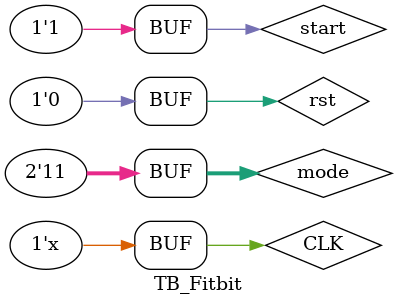
<source format=v>
`timescale 1ns / 1ps

module TB_Fitbit();

reg CLK = 0;
reg rst = 0;
reg start = 0;
reg[1:0] mode;
wire si;
wire [3:0] an;
wire [6:0] seg;
wire dp;

always #(5*10000) CLK = ~CLK;

FitBit fb(
    CLK, rst, start,
    mode,
    si,
    an,
    seg,
    dp
);

initial begin

    rst = 0;
    start = 1;
    mode = 2'b11;
end

endmodule

</source>
